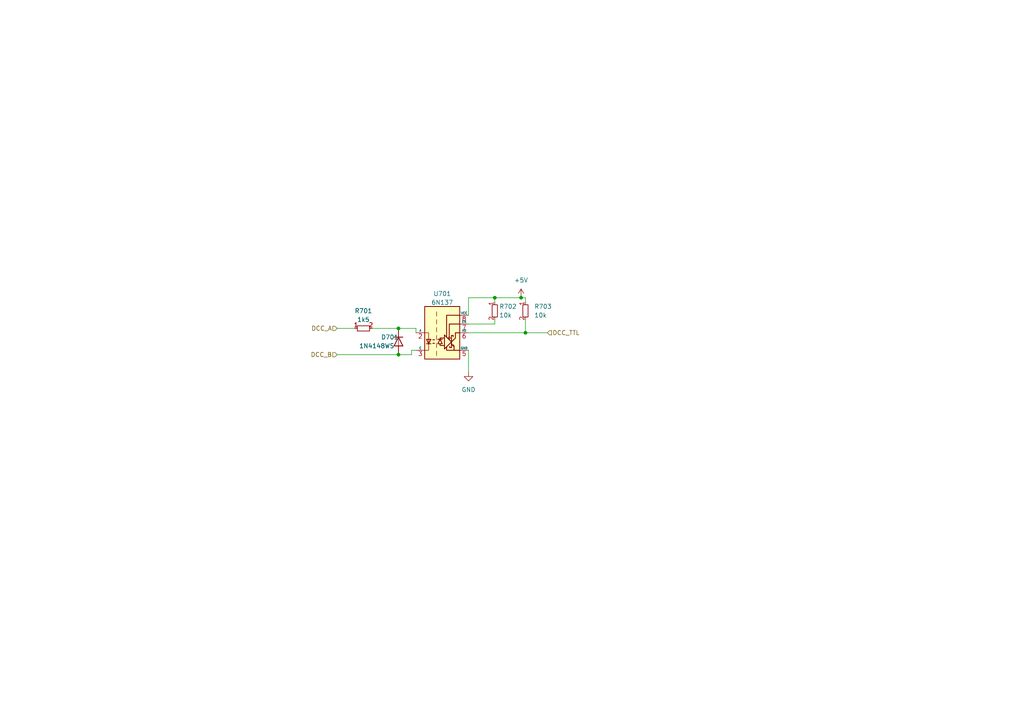
<source format=kicad_sch>
(kicad_sch (version 20230121) (generator eeschema)
  (paper "A4")
  (title_block (company "Train-Science"))
  (lib_symbols
    (symbol "Isolator:6N137" (pin_names (offset 0))
      (property "Reference" "U" (at -4.064 8.89 0))
      (property "Value" "6N137" (at 0 -8.89 0))
      (symbol "6N137_0_1"
        (polyline (pts (xy 2.667 -3.556) (xy 2.667 -1.651)) (stroke (width 0.254)))
        (polyline (pts (xy 2.667 -2.159) (xy 2.667 -2.921)) (stroke (width 0.254)))
        (polyline (pts (xy 3.429 -3.937) (xy 3.429 -5.08)) (stroke (width 0.254)))
        (polyline (pts (xy -0.635 -3.302) (xy -0.635 -3.683) (xy 0.635 -3.683)) (stroke (width 0.254)))
        (polyline (pts (xy -0.635 -1.905) (xy -0.635 -1.524) (xy 0.508 -1.524)) (stroke (width 0.254)))
        (polyline (pts (xy 1.27 -4.064) (xy 1.27 -5.08) (xy 5.08 -5.08)) (stroke (width 0.254)))
        (polyline (pts (xy 1.27 -1.27) (xy 1.27 5.08) (xy 5.08 5.08)) (stroke (width 0.254)))
        (polyline (pts (xy 2.032 -1.27) (xy 2.032 2.54) (xy 5.08 2.54)) (stroke (width 0.254)))
        (polyline (pts (xy -5.08 -5.08) (xy -3.937 -5.08) (xy -3.937 0) (xy -5.08 0)))
        (polyline (pts (xy 2.667 -3.302) (xy 2.667 -4.318) (xy 2.159 -4.318) (xy 2.159 -3.937)) (stroke (width 0.254)))
        (polyline (pts (xy 2.667 -2.667) (xy 0.635 -4.699) (xy 0.635 -0.635) (xy 2.667 -2.667)) (stroke (width 0.254)))
        (polyline (pts (xy 2.667 -1.778) (xy 2.667 -0.762) (xy 3.175 -0.762) (xy 3.175 -1.143)) (stroke (width 0.254)))
        (polyline (pts (xy 2.794 -2.54) (xy 3.81 -1.524) (xy 3.81 0) (xy 5.08 0)) (stroke (width 0.254)))
        (polyline (pts (xy 2.667 -3.175) (xy 3.429 -3.937) (xy 3.302 -3.556) (xy 3.048 -3.81) (xy 3.429 -3.937)) (stroke (width 0.254)))
        (circle (center 2.032 -1.524) (radius 0.254) (stroke (width 0.254)))
      )
      (symbol "6N137_1_1"
        (rectangle (start -5.08 7.62) (end 5.08 -7.62) (stroke (width 0.254)) (fill (type background)))
        (polyline (pts (xy -4.572 -3.175) (xy -3.302 -3.175)) (stroke (width 0.254)))
        (polyline (pts (xy -1.651 -5.334) (xy -1.651 -6.604)))
        (polyline (pts (xy -1.651 -3.048) (xy -1.651 -4.318)))
        (polyline (pts (xy -1.651 -0.762) (xy -1.651 -2.032)))
        (polyline (pts (xy -1.651 1.524) (xy -1.651 0.254)))
        (polyline (pts (xy -1.651 3.81) (xy -1.651 2.54)))
        (polyline (pts (xy -1.651 6.096) (xy -1.651 4.826)))
        (polyline (pts (xy -1.27 -1.905) (xy 0 -1.905)) (stroke (width 0.254)))
        (polyline (pts (xy -3.937 -3.175) (xy -4.572 -1.905) (xy -3.302 -1.905) (xy -3.937 -3.175)) (stroke (width 0.254)))
        (polyline (pts (xy -0.635 -1.905) (xy -1.27 -3.175) (xy 0 -3.175) (xy -0.635 -1.905)) (stroke (width 0.254)))
        (polyline (pts (xy -2.921 -3.048) (xy -2.159 -3.048) (xy -2.54 -3.175) (xy -2.54 -2.921) (xy -2.159 -3.048)) (stroke (width 0.127)))
        (polyline (pts (xy -2.921 -2.032) (xy -2.159 -2.032) (xy -2.54 -2.159) (xy -2.54 -1.905) (xy -2.159 -2.032)) (stroke (width 0.127)))
        (pin no_connect line (at -5.08 5.08 0) (length 2.54) hide (name "NC") (number "1"))
        (pin passive line (at -7.62 0 0) (length 2.54) (name "A") (number "2"))
        (pin passive line (at -7.62 -5.08 0) (length 2.54) (name "C") (number "3"))
        (pin power_in line (at 7.62 -5.08 180) (length 2.54) (name "GND") (number "5"))
        (pin open_collector line (at 7.62 0 180) (length 2.54) (name "VO") (number "6"))
        (pin input line (at 7.62 2.54 180) (length 2.54) (name "EN") (number "7"))
        (pin power_in line (at 7.62 5.08 180) (length 2.54) (name "VCC") (number "8"))
      )
    )
    (symbol "custom_kicad_lib_sk:1N4148WS" (pin_numbers hide) (pin_names hide)
      (property "Reference" "D" (at 0 2.54 0))
      (property "Value" "1N4148WS" (at 0 -2.54 0))
      (symbol "1N4148WS_0_1"
        (polyline (pts (xy -1.27 1.27) (xy -1.27 -1.27)) (stroke (width 0.254)))
        (polyline (pts (xy 1.27 0) (xy -1.27 0)))
        (polyline (pts (xy 1.27 1.27) (xy 1.27 -1.27) (xy -1.27 0) (xy 1.27 1.27)) (stroke (width 0.254)))
      )
      (symbol "1N4148WS_1_1"
        (pin passive line (at -3.81 0 0) (length 2.54) (name "K") (number "1"))
        (pin passive line (at 3.81 0 180) (length 2.54) (name "A") (number "2"))
      )
    )
    (symbol "power:+5V" (power) (pin_names (offset 0))
      (property "Value" "+5V" (at 0 3.556 0))
      (symbol "+5V_0_1"
        (polyline (pts (xy -0.762 1.27) (xy 0 2.54)))
        (polyline (pts (xy 0 0) (xy 0 2.54)))
        (polyline (pts (xy 0 2.54) (xy 0.762 1.27)))
      )
      (symbol "+5V_1_1"
        (pin power_in line (at 0 0 90) (length 0) hide (name "+5V") (number "1"))
      )
    )
    (symbol "power:GND" (power) (pin_names (offset 0))
      (property "Value" "GND" (at 0 -3.81 0))
      (symbol "GND_0_1"
        (polyline (pts (xy 0 0) (xy 0 -1.27) (xy 1.27 -1.27) (xy 0 -2.54) (xy -1.27 -1.27) (xy 0 -1.27)))
      )
      (symbol "GND_1_1"
        (pin power_in line (at 0 0 270) (length 0) hide (name "GND") (number "1"))
      )
    )
    (symbol "resistors_0603:R_10k_0603"
      (property "Reference" "R" (at 1.27 2.54 0))
      (property "Value" "10k" (at 2.54 -2.54 0))
      (symbol "R_10k_0603_0_1"
        (rectangle (start -0.762 1.778) (end 0.762 -1.778) (stroke (width 0.2032)))
      )
      (symbol "R_10k_0603_1_1"
        (pin passive line (at 0 2.54 270) (length 0.762) (name "~") (number "1"))
        (pin passive line (at 0 -2.54 90) (length 0.762) (name "~") (number "2"))
      )
    )
    (symbol "resistors_0603:R_1k5_0603"
      (property "Reference" "R" (at 1.27 2.54 0))
      (property "Value" "1k5" (at 2.54 -2.54 0))
      (symbol "R_1k5_0603_0_1"
        (rectangle (start -0.762 1.778) (end 0.762 -1.778) (stroke (width 0.2032)))
      )
      (symbol "R_1k5_0603_1_1"
        (pin passive line (at 0 2.54 270) (length 0.762) (name "~") (number "1"))
        (pin passive line (at 0 -2.54 90) (length 0.762) (name "~") (number "2"))
      )
    )
  )
  (junction (at 151.13 86.36))
  (junction (at 115.57 102.87))
  (junction (at 152.4 96.52))
  (junction (at 143.51 86.36))
  (junction (at 115.57 95.25))
  (wire (pts (xy 135.89 101.6) (xy 135.89 107.95)))
  (wire (pts (xy 143.51 92.71) (xy 143.51 93.98)))
  (wire (pts (xy 97.79 102.87) (xy 115.57 102.87)))
  (wire (pts (xy 152.4 86.36) (xy 151.13 86.36)))
  (wire (pts (xy 143.51 86.36) (xy 151.13 86.36)))
  (wire (pts (xy 135.89 96.52) (xy 152.4 96.52)))
  (wire (pts (xy 152.4 86.36) (xy 152.4 87.63)))
  (wire (pts (xy 135.89 86.36) (xy 143.51 86.36)))
  (wire (pts (xy 119.38 101.6) (xy 119.38 102.87)))
  (wire (pts (xy 120.65 96.52) (xy 120.65 95.25)))
  (wire (pts (xy 115.57 95.25) (xy 120.65 95.25)))
  (wire (pts (xy 152.4 96.52) (xy 158.75 96.52)))
  (wire (pts (xy 135.89 93.98) (xy 143.51 93.98)))
  (wire (pts (xy 143.51 86.36) (xy 143.51 87.63)))
  (wire (pts (xy 115.57 102.87) (xy 119.38 102.87)))
  (wire (pts (xy 135.89 91.44) (xy 135.89 86.36)))
  (wire (pts (xy 97.79 95.25) (xy 102.87 95.25)))
  (wire (pts (xy 152.4 92.71) (xy 152.4 96.52)))
  (wire (pts (xy 120.65 101.6) (xy 119.38 101.6)))
  (wire (pts (xy 107.95 95.25) (xy 115.57 95.25)))
  (hierarchical_label "DCC_TTL" (shape input) (at 158.75 96.52 0))
  (hierarchical_label "DCC_A" (shape input) (at 97.79 95.25 180))
  (hierarchical_label "DCC_B" (shape input) (at 97.79 102.87 180))
  (symbol (lib_id "resistors_0603:R_10k_0603") (at 143.51 90.17 0) (unit 1)
    (property "Reference" "R702" (at 144.78 88.9 0) (effects (justify left)))
    (property "Value" "10k" (at 144.78 91.44 0) (effects (justify left)))
    (property "Footprint" "custom_kicad_lib_sk:R_0603_smalltext" (effects hide))
    (property "JLCPCB Part#" "C25804" (effects hide))
  )
  (symbol (lib_id "resistors_0603:R_1k5_0603") (at 105.41 95.25 90) (unit 1)
    (property "Reference" "R701" (at 105.41 90.17 90))
    (property "Value" "1k5" (at 105.41 92.71 90))
    (property "Footprint" "custom_kicad_lib_sk:R_0603_smalltext" (effects hide))
    (property "JLCPCB Part#" "C22843" (effects hide))
  )
  (symbol (lib_id "resistors_0603:R_10k_0603") (at 152.4 90.17 0) (unit 1)
    (property "Reference" "R703" (at 154.94 88.9 0) (effects (justify left)))
    (property "Value" "10k" (at 154.94 91.44 0) (effects (justify left)))
    (property "Footprint" "custom_kicad_lib_sk:R_0603_smalltext" (effects hide))
    (property "JLCPCB Part#" "C25804" (effects hide))
  )
  (symbol (lib_id "power:GND") (at 135.89 107.95 0) (unit 1)
    (property "Reference" "#PWR0712" (effects hide))
    (property "Value" "GND" (at 135.89 113.03 0))
  )
  (symbol (lib_id "Isolator:6N137") (at 128.27 96.52 0) (unit 1)
    (property "Reference" "U701" (at 128.27 85.2002 0))
    (property "Value" "6N137" (at 128.27 87.7371 0))
    (property "Footprint" "Package_SO:SOP-8_6.62x9.15mm_P2.54mm" (effects hide))
    (property "Datasheet" "https://datasheet.lcsc.com/szlcsc/1908282202_Everlight-Elec-6N137S1-TA_C110020.pdf" (effects hide))
    (property "JLCPCB Part#" "C110020" (effects hide))
  )
  (symbol (lib_id "power:+5V") (at 151.13 86.36 0) (unit 1)
    (property "Reference" "#PWR0705" (effects hide))
    (property "Value" "+5V" (at 151.13 81.28 0))
  )
  (symbol (lib_id "custom_kicad_lib_sk:1N4148WS") (at 115.57 99.06 270) (unit 1)
    (property "Reference" "D701" (at 110.49 97.79 90) (effects (justify left)))
    (property "Value" "1N4148WS" (at 104.14 100.33 90) (effects (justify left)))
    (property "Footprint" "Diode_SMD:D_SOD-323" (effects hide))
    (property "Datasheet" "https://www.vishay.com/docs/85751/1n4148ws.pdf" (effects hide))
    (property "Sim.Device" "D" (effects hide))
    (property "Sim.Pins" "1=K 2=A" (effects hide))
    (property "JLCPCB Part#" "C2128" (effects hide))
  )
)
</source>
